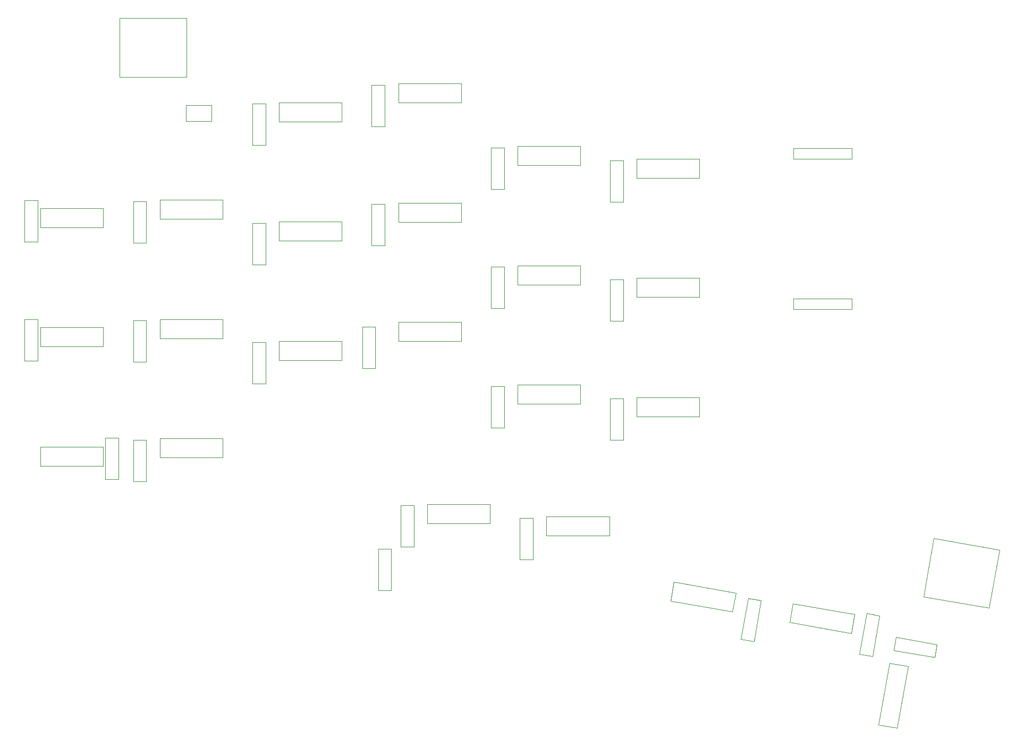
<source format=gbr>
%TF.GenerationSoftware,KiCad,Pcbnew,5.1.9*%
%TF.CreationDate,2021-05-13T19:18:31-05:00*%
%TF.ProjectId,nightwing,6e696768-7477-4696-9e67-2e6b69636164,rev?*%
%TF.SameCoordinates,Original*%
%TF.FileFunction,Other,User*%
%FSLAX46Y46*%
G04 Gerber Fmt 4.6, Leading zero omitted, Abs format (unit mm)*
G04 Created by KiCad (PCBNEW 5.1.9) date 2021-05-13 19:18:31*
%MOMM*%
%LPD*%
G01*
G04 APERTURE LIST*
%ADD10C,0.050000*%
G04 APERTURE END LIST*
D10*
%TO.C,J1*%
X31850000Y-15430000D02*
X42490000Y-15430000D01*
X42490000Y-15430000D02*
X42490000Y-6010000D01*
X31850000Y-15430000D02*
X31850000Y-6010000D01*
X31850000Y-6010000D02*
X42490000Y-6010000D01*
%TO.C,J2*%
X159875176Y-98202627D02*
X170353530Y-100050243D01*
X161510942Y-88925738D02*
X171989296Y-90773354D01*
X159875176Y-98202627D02*
X161510942Y-88925738D01*
X170353530Y-100050243D02*
X171989296Y-90773354D01*
%TO.C,J3*%
X148470000Y-28450000D02*
X139150000Y-28450000D01*
X139150000Y-50750000D02*
X148470000Y-50750000D01*
X148470000Y-50750000D02*
X148470000Y-52450000D01*
X139150000Y-28450000D02*
X139150000Y-26750000D01*
X148470000Y-26750000D02*
X148470000Y-28450000D01*
X139150000Y-26750000D02*
X148470000Y-26750000D01*
X139150000Y-52450000D02*
X139150000Y-50750000D01*
X148470000Y-52450000D02*
X139150000Y-52450000D01*
%TO.C,L31*%
X154457394Y-108791321D02*
X157459088Y-109320601D01*
X155722606Y-119168679D02*
X157459088Y-109320601D01*
X152720912Y-118639399D02*
X155722606Y-119168679D01*
X154457394Y-108791321D02*
X152720912Y-118639399D01*
%TO.C,L30*%
X138561321Y-102332606D02*
X139090601Y-99330912D01*
X148938679Y-101067394D02*
X139090601Y-99330912D01*
X148409399Y-104069088D02*
X148938679Y-101067394D01*
X138561321Y-102332606D02*
X148409399Y-104069088D01*
%TO.C,L29*%
X119619825Y-98878409D02*
X120149105Y-95876715D01*
X129997183Y-97613197D02*
X120149105Y-95876715D01*
X129467903Y-100614891D02*
X129997183Y-97613197D01*
X119619825Y-98878409D02*
X129467903Y-100614891D01*
%TO.C,L28*%
X99837500Y-88524000D02*
X99837500Y-85476000D01*
X109837500Y-85476000D02*
X99837500Y-85476000D01*
X109837500Y-88524000D02*
X109837500Y-85476000D01*
X99837500Y-88524000D02*
X109837500Y-88524000D01*
%TO.C,L27*%
X80837500Y-86524000D02*
X80837500Y-83476000D01*
X90837500Y-83476000D02*
X80837500Y-83476000D01*
X90837500Y-86524000D02*
X90837500Y-83476000D01*
X80837500Y-86524000D02*
X90837500Y-86524000D01*
%TO.C,L26*%
X114225000Y-69515000D02*
X114225000Y-66467000D01*
X124225000Y-66467000D02*
X114225000Y-66467000D01*
X124225000Y-69515000D02*
X124225000Y-66467000D01*
X114225000Y-69515000D02*
X124225000Y-69515000D01*
%TO.C,L25*%
X95225000Y-67515000D02*
X95225000Y-64467000D01*
X105225000Y-64467000D02*
X95225000Y-64467000D01*
X105225000Y-67515000D02*
X105225000Y-64467000D01*
X95225000Y-67515000D02*
X105225000Y-67515000D01*
%TO.C,L24*%
X76225000Y-57515000D02*
X76225000Y-54467000D01*
X86225000Y-54467000D02*
X76225000Y-54467000D01*
X86225000Y-57515000D02*
X86225000Y-54467000D01*
X76225000Y-57515000D02*
X86225000Y-57515000D01*
%TO.C,L23*%
X57225000Y-60515000D02*
X57225000Y-57467000D01*
X67225000Y-57467000D02*
X57225000Y-57467000D01*
X67225000Y-60515000D02*
X67225000Y-57467000D01*
X57225000Y-60515000D02*
X67225000Y-60515000D01*
%TO.C,L22*%
X38225000Y-76065000D02*
X38225000Y-73017000D01*
X48225000Y-73017000D02*
X38225000Y-73017000D01*
X48225000Y-76065000D02*
X48225000Y-73017000D01*
X38225000Y-76065000D02*
X48225000Y-76065000D01*
%TO.C,L21*%
X19225000Y-77365000D02*
X19225000Y-74317000D01*
X29225000Y-74317000D02*
X19225000Y-74317000D01*
X29225000Y-77365000D02*
X29225000Y-74317000D01*
X19225000Y-77365000D02*
X29225000Y-77365000D01*
%TO.C,L20*%
X29225000Y-55317000D02*
X29225000Y-58365000D01*
X19225000Y-58365000D02*
X29225000Y-58365000D01*
X19225000Y-55317000D02*
X19225000Y-58365000D01*
X29225000Y-55317000D02*
X19225000Y-55317000D01*
%TO.C,L19*%
X48225000Y-54017000D02*
X48225000Y-57065000D01*
X38225000Y-57065000D02*
X48225000Y-57065000D01*
X38225000Y-54017000D02*
X38225000Y-57065000D01*
X48225000Y-54017000D02*
X38225000Y-54017000D01*
%TO.C,L18*%
X67225000Y-38467000D02*
X67225000Y-41515000D01*
X57225000Y-41515000D02*
X67225000Y-41515000D01*
X57225000Y-38467000D02*
X57225000Y-41515000D01*
X67225000Y-38467000D02*
X57225000Y-38467000D01*
%TO.C,L17*%
X86225000Y-35467000D02*
X86225000Y-38515000D01*
X76225000Y-38515000D02*
X86225000Y-38515000D01*
X76225000Y-35467000D02*
X76225000Y-38515000D01*
X86225000Y-35467000D02*
X76225000Y-35467000D01*
%TO.C,L16*%
X105225000Y-45467000D02*
X105225000Y-48515000D01*
X95225000Y-48515000D02*
X105225000Y-48515000D01*
X95225000Y-45467000D02*
X95225000Y-48515000D01*
X105225000Y-45467000D02*
X95225000Y-45467000D01*
%TO.C,L15*%
X124225000Y-47467000D02*
X124225000Y-50515000D01*
X114225000Y-50515000D02*
X124225000Y-50515000D01*
X114225000Y-47467000D02*
X114225000Y-50515000D01*
X124225000Y-47467000D02*
X114225000Y-47467000D01*
%TO.C,L14*%
X114225000Y-31515000D02*
X114225000Y-28467000D01*
X124225000Y-28467000D02*
X114225000Y-28467000D01*
X124225000Y-31515000D02*
X124225000Y-28467000D01*
X114225000Y-31515000D02*
X124225000Y-31515000D01*
%TO.C,L13*%
X95225000Y-29515000D02*
X95225000Y-26467000D01*
X105225000Y-26467000D02*
X95225000Y-26467000D01*
X105225000Y-29515000D02*
X105225000Y-26467000D01*
X95225000Y-29515000D02*
X105225000Y-29515000D01*
%TO.C,L12*%
X76225000Y-19515000D02*
X76225000Y-16467000D01*
X86225000Y-16467000D02*
X76225000Y-16467000D01*
X86225000Y-19515000D02*
X86225000Y-16467000D01*
X76225000Y-19515000D02*
X86225000Y-19515000D01*
%TO.C,L11*%
X57225000Y-22515000D02*
X57225000Y-19467000D01*
X67225000Y-19467000D02*
X57225000Y-19467000D01*
X67225000Y-22515000D02*
X67225000Y-19467000D01*
X57225000Y-22515000D02*
X67225000Y-22515000D01*
%TO.C,L10*%
X38225000Y-38065000D02*
X38225000Y-35017000D01*
X48225000Y-35017000D02*
X38225000Y-35017000D01*
X48225000Y-38065000D02*
X48225000Y-35017000D01*
X38225000Y-38065000D02*
X48225000Y-38065000D01*
%TO.C,L9*%
X19225000Y-39365000D02*
X19225000Y-36317000D01*
X29225000Y-36317000D02*
X19225000Y-36317000D01*
X29225000Y-39365000D02*
X29225000Y-36317000D01*
X19225000Y-39365000D02*
X29225000Y-39365000D01*
%TO.C,JP1*%
X46452000Y-22440000D02*
X42388000Y-22440000D01*
X46452000Y-22440000D02*
X46452000Y-19940000D01*
X42388000Y-19940000D02*
X46452000Y-19940000D01*
X42388000Y-19940000D02*
X42388000Y-22440000D01*
%TO.C,D24*%
X152910935Y-101242306D02*
X150842839Y-100877645D01*
X149696761Y-107377376D02*
X150842839Y-100877645D01*
X151764857Y-107742037D02*
X149696761Y-107377376D01*
X152910935Y-101242306D02*
X151764857Y-107742037D01*
%TO.C,D23*%
X134030935Y-98832306D02*
X131962839Y-98467645D01*
X130816761Y-104967376D02*
X131962839Y-98467645D01*
X132884857Y-105332037D02*
X130816761Y-104967376D01*
X134030935Y-98832306D02*
X132884857Y-105332037D01*
%TO.C,D22*%
X155552306Y-104699065D02*
X155187645Y-106767161D01*
X161687376Y-107913239D02*
X155187645Y-106767161D01*
X162052037Y-105845143D02*
X161687376Y-107913239D01*
X155552306Y-104699065D02*
X162052037Y-105845143D01*
%TO.C,D21*%
X97687500Y-85700000D02*
X95587500Y-85700000D01*
X95587500Y-92300000D02*
X95587500Y-85700000D01*
X97687500Y-92300000D02*
X95587500Y-92300000D01*
X97687500Y-85700000D02*
X97687500Y-92300000D01*
%TO.C,D20*%
X78687500Y-83700000D02*
X76587500Y-83700000D01*
X76587500Y-90300000D02*
X76587500Y-83700000D01*
X78687500Y-90300000D02*
X76587500Y-90300000D01*
X78687500Y-83700000D02*
X78687500Y-90300000D01*
%TO.C,D19*%
X75111710Y-90636498D02*
X73011710Y-90636498D01*
X73011710Y-97236498D02*
X73011710Y-90636498D01*
X75111710Y-97236498D02*
X73011710Y-97236498D01*
X75111710Y-90636498D02*
X75111710Y-97236498D01*
%TO.C,D18*%
X112075000Y-66691000D02*
X109975000Y-66691000D01*
X109975000Y-73291000D02*
X109975000Y-66691000D01*
X112075000Y-73291000D02*
X109975000Y-73291000D01*
X112075000Y-66691000D02*
X112075000Y-73291000D01*
%TO.C,D17*%
X93075000Y-64691000D02*
X90975000Y-64691000D01*
X90975000Y-71291000D02*
X90975000Y-64691000D01*
X93075000Y-71291000D02*
X90975000Y-71291000D01*
X93075000Y-64691000D02*
X93075000Y-71291000D01*
%TO.C,D16*%
X72580487Y-55210854D02*
X70480487Y-55210854D01*
X70480487Y-61810854D02*
X70480487Y-55210854D01*
X72580487Y-61810854D02*
X70480487Y-61810854D01*
X72580487Y-55210854D02*
X72580487Y-61810854D01*
%TO.C,D15*%
X55075000Y-57691000D02*
X52975000Y-57691000D01*
X52975000Y-64291000D02*
X52975000Y-57691000D01*
X55075000Y-64291000D02*
X52975000Y-64291000D01*
X55075000Y-57691000D02*
X55075000Y-64291000D01*
%TO.C,D14*%
X36075000Y-73241000D02*
X33975000Y-73241000D01*
X33975000Y-79841000D02*
X33975000Y-73241000D01*
X36075000Y-79841000D02*
X33975000Y-79841000D01*
X36075000Y-73241000D02*
X36075000Y-79841000D01*
%TO.C,D13*%
X31660000Y-72920000D02*
X29560000Y-72920000D01*
X29560000Y-79520000D02*
X29560000Y-72920000D01*
X31660000Y-79520000D02*
X29560000Y-79520000D01*
X31660000Y-72920000D02*
X31660000Y-79520000D01*
%TO.C,D12*%
X112075000Y-47691000D02*
X109975000Y-47691000D01*
X109975000Y-54291000D02*
X109975000Y-47691000D01*
X112075000Y-54291000D02*
X109975000Y-54291000D01*
X112075000Y-47691000D02*
X112075000Y-54291000D01*
%TO.C,D11*%
X93075000Y-45691000D02*
X90975000Y-45691000D01*
X90975000Y-52291000D02*
X90975000Y-45691000D01*
X93075000Y-52291000D02*
X90975000Y-52291000D01*
X93075000Y-45691000D02*
X93075000Y-52291000D01*
%TO.C,D10*%
X74075000Y-35691000D02*
X71975000Y-35691000D01*
X71975000Y-42291000D02*
X71975000Y-35691000D01*
X74075000Y-42291000D02*
X71975000Y-42291000D01*
X74075000Y-35691000D02*
X74075000Y-42291000D01*
%TO.C,D9*%
X55075000Y-38691000D02*
X52975000Y-38691000D01*
X52975000Y-45291000D02*
X52975000Y-38691000D01*
X55075000Y-45291000D02*
X52975000Y-45291000D01*
X55075000Y-38691000D02*
X55075000Y-45291000D01*
%TO.C,D8*%
X36075000Y-54241000D02*
X33975000Y-54241000D01*
X33975000Y-60841000D02*
X33975000Y-54241000D01*
X36075000Y-60841000D02*
X33975000Y-60841000D01*
X36075000Y-54241000D02*
X36075000Y-60841000D01*
%TO.C,D7*%
X18775000Y-54041000D02*
X16675000Y-54041000D01*
X16675000Y-60641000D02*
X16675000Y-54041000D01*
X18775000Y-60641000D02*
X16675000Y-60641000D01*
X18775000Y-54041000D02*
X18775000Y-60641000D01*
%TO.C,D6*%
X112075000Y-28691000D02*
X109975000Y-28691000D01*
X109975000Y-35291000D02*
X109975000Y-28691000D01*
X112075000Y-35291000D02*
X109975000Y-35291000D01*
X112075000Y-28691000D02*
X112075000Y-35291000D01*
%TO.C,D5*%
X93075000Y-26691000D02*
X90975000Y-26691000D01*
X90975000Y-33291000D02*
X90975000Y-26691000D01*
X93075000Y-33291000D02*
X90975000Y-33291000D01*
X93075000Y-26691000D02*
X93075000Y-33291000D01*
%TO.C,D4*%
X74075000Y-16691000D02*
X71975000Y-16691000D01*
X71975000Y-23291000D02*
X71975000Y-16691000D01*
X74075000Y-23291000D02*
X71975000Y-23291000D01*
X74075000Y-16691000D02*
X74075000Y-23291000D01*
%TO.C,D3*%
X55075000Y-19691000D02*
X52975000Y-19691000D01*
X52975000Y-26291000D02*
X52975000Y-19691000D01*
X55075000Y-26291000D02*
X52975000Y-26291000D01*
X55075000Y-19691000D02*
X55075000Y-26291000D01*
%TO.C,D2*%
X36075000Y-35241000D02*
X33975000Y-35241000D01*
X33975000Y-41841000D02*
X33975000Y-35241000D01*
X36075000Y-41841000D02*
X33975000Y-41841000D01*
X36075000Y-35241000D02*
X36075000Y-41841000D01*
%TO.C,D1*%
X18775000Y-35041000D02*
X16675000Y-35041000D01*
X16675000Y-41641000D02*
X16675000Y-35041000D01*
X18775000Y-41641000D02*
X16675000Y-41641000D01*
X18775000Y-35041000D02*
X18775000Y-41641000D01*
%TD*%
M02*

</source>
